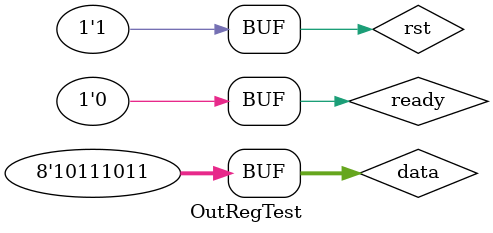
<source format=v>
`timescale 1ns/1ns 

module OutRegTest ();
    

    reg [7:0] data ; 
    reg ready  ;
    reg rst ;
    wire [7:0] dataOut; 

    OutReg OutRegUT(
        .data(data), 
        .ready(ready) , 
        .rst(rst), 
        .dataOut(dataOut)
    );

    initial begin
        data = 0 ; 
        ready = 0 ; 

        rst = 1 ; 
        #200;
        rst = 0 ; 
        #200;
        rst = 1 ; 

        data = 8'b00110011; 

        ready = 1 ; 
        #200 ;
        ready = 0 ; 
        #200 ; 

        
        data = 8'b10111011;

        ready = 1 ; 
        #200 ;
        ready = 0 ; 
        #200; 


    end
endmodule
</source>
